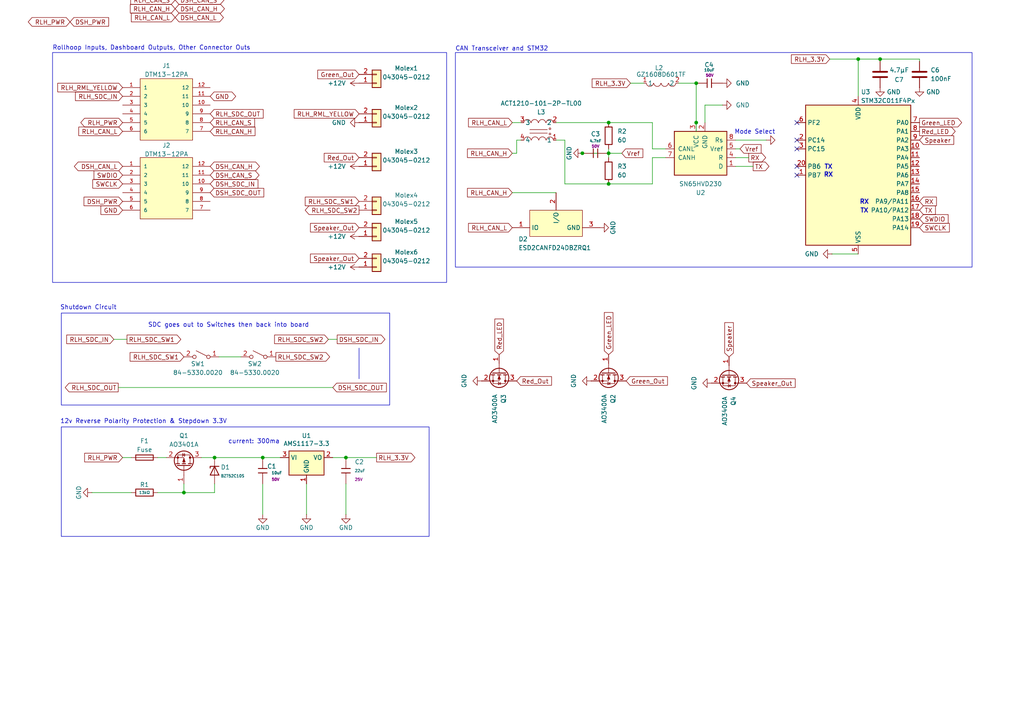
<source format=kicad_sch>
(kicad_sch (version 20250114) (generator "eeschema") (generator_version "9.0")
  (paper "A4")
  (title_block (rev "A") (company "USC FE"))
  (lib_symbols
    (symbol "Connector_Generic:Conn_01x02" (pin_names (offset 1.016) (hide yes))
      (property "Reference" "J" (at 0 2.54 0))
      (property "Value" "Conn_01x02" (at 0 -5.08 0))
      (symbol "Conn_01x02_1_1"
        (rectangle (start -1.27 1.27) (end 1.27 -3.81) (stroke (width 0.254)) (fill (type background)))
        (rectangle (start -1.27 0.127) (end 0 -0.127) (stroke (width 0.1524)))
        (rectangle (start -1.27 -2.413) (end 0 -2.667) (stroke (width 0.1524)))
        (pin passive line (at -5.08 0 0) (length 3.81) (name "Pin_1") (number "1"))
        (pin passive line (at -5.08 -2.54 0) (length 3.81) (name "Pin_2") (number "2"))
      )
    )
    (symbol "DTM13-12PA:DTM13-12PA" (pin_names (offset 1.016))
      (property "Reference" "J" (at -7.62 8.128 0))
      (property "Value" "DTM13-12PA" (at -7.62 -12.7 0))
      (symbol "DTM13-12PA_0_0"
        (rectangle (start -7.62 -10.16) (end 7.62 7.62) (stroke (width 0.1524)) (fill (type background)))
        (pin passive line (at -12.7 5.08 0) (length 5.08) (name "1") (number "1"))
        (pin passive line (at -12.7 2.54 0) (length 5.08) (name "2") (number "2"))
        (pin passive line (at -12.7 0 0) (length 5.08) (name "3") (number "3"))
        (pin passive line (at -12.7 -2.54 0) (length 5.08) (name "4") (number "4"))
        (pin passive line (at -12.7 -5.08 0) (length 5.08) (name "5") (number "5"))
        (pin passive line (at -12.7 -7.62 0) (length 5.08) (name "6") (number "6"))
        (pin passive line (at 12.7 5.08 180) (length 5.08) (name "12") (number "12"))
        (pin passive line (at 12.7 2.54 180) (length 5.08) (name "11") (number "11"))
        (pin passive line (at 12.7 0 180) (length 5.08) (name "10") (number "10"))
        (pin passive line (at 12.7 -2.54 180) (length 5.08) (name "9") (number "9"))
        (pin passive line (at 12.7 -5.08 180) (length 5.08) (name "8") (number "8"))
        (pin passive line (at 12.7 -7.62 180) (length 5.08) (name "7") (number "7"))
      )
    )
    (symbol "Device:C" (pin_numbers (hide yes)) (pin_names (offset 0.254))
      (property "Reference" "C" (at 0.635 2.54 0))
      (property "Value" "C" (at 0.635 -2.54 0))
      (symbol "C_0_1"
        (polyline (pts (xy -2.032 0.762) (xy 2.032 0.762)) (stroke (width 0.508)))
        (polyline (pts (xy -2.032 -0.762) (xy 2.032 -0.762)) (stroke (width 0.508)))
      )
      (symbol "C_1_1"
        (pin passive line (at 0 3.81 270) (length 2.794) (name "~") (number "1"))
        (pin passive line (at 0 -3.81 90) (length 2.794) (name "~") (number "2"))
      )
    )
    (symbol "Device:Fuse" (pin_numbers (hide yes)) (pin_names (offset 0))
      (property "Reference" "F" (at 2.032 0 90))
      (property "Value" "Fuse" (at -1.905 0 90))
      (symbol "Fuse_0_1"
        (rectangle (start -0.762 -2.54) (end 0.762 2.54) (stroke (width 0.254)))
        (polyline (pts (xy 0 2.54) (xy 0 -2.54)))
      )
      (symbol "Fuse_1_1"
        (pin passive line (at 0 3.81 270) (length 1.27) (name "~") (number "1"))
        (pin passive line (at 0 -3.81 90) (length 1.27) (name "~") (number "2"))
      )
    )
    (symbol "Device:R" (pin_numbers (hide yes)) (pin_names (offset 0))
      (property "Reference" "R" (at 2.032 0 90))
      (property "Value" "R" (at 0 0 90))
      (symbol "R_0_1"
        (rectangle (start -1.016 -2.54) (end 1.016 2.54) (stroke (width 0.254)))
      )
      (symbol "R_1_1"
        (pin passive line (at 0 3.81 270) (length 1.27) (name "~") (number "1"))
        (pin passive line (at 0 -3.81 90) (length 1.27) (name "~") (number "2"))
      )
    )
    (symbol "MCU_ST_STM32C0:STM32C011F4Px"
      (property "Reference" "U" (at -15.24 21.59 0))
      (property "Value" "STM32C011F4Px" (at 2.54 21.59 0))
      (symbol "STM32C011F4Px_0_1"
        (rectangle (start -15.24 -20.32) (end 15.24 20.32) (stroke (width 0.254)) (fill (type background)))
      )
      (symbol "STM32C011F4Px_1_1"
        (pin bidirectional line (at -17.78 15.24 0) (length 2.54) (name "PF2") (number "6"))
        (pin bidirectional line (at -17.78 10.16 0) (length 2.54) (name "PC14") (number "2"))
        (pin bidirectional line (at -17.78 7.62 0) (length 2.54) (name "PC15") (number "3"))
        (pin bidirectional line (at -17.78 2.54 0) (length 2.54) (name "PB6") (number "20"))
        (pin bidirectional line (at -17.78 0 0) (length 2.54) (name "PB7") (number "1"))
        (pin power_in line (at 0 22.86 270) (length 2.54) (name "VDD") (number "4"))
        (pin power_in line (at 0 -22.86 90) (length 2.54) (name "VSS") (number "5"))
        (pin bidirectional line (at 17.78 15.24 180) (length 2.54) (name "PA0") (number "7"))
        (pin bidirectional line (at 17.78 12.7 180) (length 2.54) (name "PA1") (number "8"))
        (pin bidirectional line (at 17.78 10.16 180) (length 2.54) (name "PA2") (number "9"))
        (pin bidirectional line (at 17.78 7.62 180) (length 2.54) (name "PA3") (number "10"))
        (pin bidirectional line (at 17.78 5.08 180) (length 2.54) (name "PA4") (number "11"))
        (pin bidirectional line (at 17.78 2.54 180) (length 2.54) (name "PA5") (number "12"))
        (pin bidirectional line (at 17.78 0 180) (length 2.54) (name "PA6") (number "13"))
        (pin bidirectional line (at 17.78 -2.54 180) (length 2.54) (name "PA7") (number "14"))
        (pin bidirectional line (at 17.78 -5.08 180) (length 2.54) (name "PA8") (number "15"))
        (pin bidirectional line (at 17.78 -7.62 180) (length 2.54) (name "PA9/PA11") (number "16"))
        (pin bidirectional line (at 17.78 -10.16 180) (length 2.54) (name "PA10/PA12") (number "17"))
        (pin bidirectional line (at 17.78 -12.7 180) (length 2.54) (name "PA13") (number "18"))
        (pin bidirectional line (at 17.78 -15.24 180) (length 2.54) (name "PA14") (number "19"))
      )
    )
    (symbol "PCM_JLCPCB-Capacitors:0603,4.7nF" (pin_numbers (hide yes)) (pin_names (offset 0))
      (property "Reference" "C" (at 2.032 1.668 0))
      (property "Value" "4.7nF" (at 2.032 -0.3782 0))
      (property "Voltage Rated" "50V" (at 2.032 -2.0462 0))
      (symbol "0603,4.7nF_0_1"
        (polyline (pts (xy -1.27 0.635) (xy 1.27 0.635)) (stroke (width 0.254)))
        (polyline (pts (xy -1.27 -0.635) (xy 1.27 -0.635)) (stroke (width 0.254)))
      )
      (symbol "0603,4.7nF_1_1"
        (pin passive line (at 0 3.81 270) (length 3.175) (name "~") (number "1"))
        (pin passive line (at 0 -3.81 90) (length 3.175) (name "~") (number "2"))
      )
    )
    (symbol "PCM_JLCPCB-Capacitors:0805,10uF,(2)" (pin_numbers (hide yes)) (pin_names (offset 0))
      (property "Reference" "C" (at 2.032 1.668 0))
      (property "Value" "10uF" (at 2.032 -0.3782 0))
      (property "Voltage Rated" "50V" (at 2.032 -2.0462 0))
      (symbol "0805,10uF,(2)_0_1"
        (polyline (pts (xy -1.27 0.635) (xy 1.27 0.635)) (stroke (width 0.254)))
        (polyline (pts (xy -1.27 -0.635) (xy 1.27 -0.635)) (stroke (width 0.254)))
      )
      (symbol "0805,10uF,(2)_1_1"
        (pin passive line (at 0 3.81 270) (length 3.175) (name "~") (number "1"))
        (pin passive line (at 0 -3.81 90) (length 3.175) (name "~") (number "2"))
      )
    )
    (symbol "PCM_JLCPCB-Capacitors:1206,22uF,(2)" (pin_numbers (hide yes)) (pin_names (offset 0))
      (property "Reference" "C" (at 2.032 1.668 0))
      (property "Value" "22uF" (at 2.032 -0.3782 0))
      (property "Voltage Rated" "25V" (at 2.032 -2.0462 0))
      (symbol "1206,22uF,(2)_0_1"
        (polyline (pts (xy -1.27 0.635) (xy 1.27 0.635)) (stroke (width 0.254)))
        (polyline (pts (xy -1.27 -0.635) (xy 1.27 -0.635)) (stroke (width 0.254)))
      )
      (symbol "1206,22uF,(2)_1_1"
        (pin passive line (at 0 3.81 270) (length 3.175) (name "~") (number "1"))
        (pin passive line (at 0 -3.81 90) (length 3.175) (name "~") (number "2"))
      )
    )
    (symbol "PCM_JLCPCB-Diodes:Zener,BZT52C10S" (pin_numbers (hide yes)) (pin_names (offset 0))
      (property "Reference" "D" (at 2.032 0.834 0))
      (property "Value" "BZT52C10S" (at 2.032 -1.2122 0))
      (symbol "Zener,BZT52C10S_0_1"
        (polyline (pts (xy -1.27 1.27) (xy 0 -1.27) (xy 1.27 1.27) (xy -1.27 1.27)) (stroke (width 0.254)))
        (polyline (pts (xy -1.27 -1.27) (xy 1.27 -1.27) (xy 1.27 -0.762)) (stroke (width 0.254)))
      )
      (symbol "Zener,BZT52C10S_1_1"
        (pin passive line (at 0 3.81 270) (length 3.81) (name "~") (number "2"))
        (pin passive line (at 0 -3.81 90) (length 3.81) (name "~") (number "1"))
      )
    )
    (symbol "PCM_JLCPCB-Resistors:0603,13kΩ" (pin_numbers (hide yes)) (pin_names (offset 0))
      (property "Reference" "R" (at 1.778 0 0))
      (property "Value" "13kΩ" (at 0 0 90))
      (symbol "0603,13kΩ_0_1"
        (rectangle (start -1.016 2.54) (end 1.016 -2.54) (stroke (width 0.254)))
      )
      (symbol "0603,13kΩ_1_1"
        (pin passive line (at 0 3.81 270) (length 1.27) (name "~") (number "1"))
        (pin passive line (at 0 -3.81 90) (length 1.27) (name "~") (number "2"))
      )
    )
    (symbol "Regulator_Linear:AMS1117-3.3"
      (property "Reference" "U" (at -3.81 3.175 0))
      (property "Value" "AMS1117-3.3" (at 0 3.175 0))
      (symbol "AMS1117-3.3_0_1"
        (rectangle (start -5.08 -5.08) (end 5.08 1.905) (stroke (width 0.254)) (fill (type background)))
      )
      (symbol "AMS1117-3.3_1_1"
        (pin power_in line (at -7.62 0 0) (length 2.54) (name "VI") (number "3"))
        (pin power_in line (at 0 -7.62 90) (length 2.54) (name "GND") (number "1"))
        (pin power_out line (at 7.62 0 180) (length 2.54) (name "VO") (number "2"))
      )
    )
    (symbol "SN65HVD230_1" (pin_names (offset 1.016))
      (property "Reference" "U" (at -2.54 10.16 0))
      (property "Value" "SN65HVD230" (at 1.27 -10.16 0))
      (symbol "SN65HVD230_1_0_1"
        (rectangle (start -7.62 5.08) (end 7.62 -7.62) (stroke (width 0.254)) (fill (type background)))
      )
      (symbol "SN65HVD230_1_1_1"
        (pin input line (at -10.16 2.54 0) (length 2.54) (name "D") (number "1"))
        (pin output line (at -10.16 0 0) (length 2.54) (name "R") (number "4"))
        (pin output line (at -10.16 -2.54 0) (length 2.54) (name "Vref") (number "5"))
        (pin input line (at -10.16 -5.08 0) (length 2.54) (name "Rs") (number "8"))
        (pin power_in line (at -1.27 -10.16 90) (length 2.54) (name "GND") (number "2"))
        (pin power_in line (at 1.27 -10.16 90) (length 2.54) (name "VCC") (number "3"))
        (pin bidirectional line (at 10.16 0 180) (length 2.54) (name "CANH") (number "7"))
        (pin bidirectional line (at 10.16 -2.54 180) (length 2.54) (name "CANL") (number "6"))
      )
    )
    (symbol "Switch:SW_SPST" (pin_names (offset 0) (hide yes))
      (property "Reference" "SW" (at 0 3.175 0))
      (property "Value" "SW_SPST" (at 0 -2.54 0))
      (symbol "SW_SPST_0_0"
        (circle (center -2.032 0) (radius 0.508))
        (polyline (pts (xy -1.524 0.254) (xy 1.524 1.778)))
        (circle (center 2.032 0) (radius 0.508))
      )
      (symbol "SW_SPST_1_1"
        (pin passive line (at -5.08 0 0) (length 2.54) (name "A") (number "1"))
        (pin passive line (at 5.08 0 180) (length 2.54) (name "B") (number "2"))
      )
    )
    (symbol "Transistor_FET:AO3400A" (pin_names (offset 0) (hide yes))
      (property "Reference" "Q" (at 5.08 1.905 0))
      (property "Value" "AO3400A" (at 5.08 0 0))
      (symbol "AO3400A_0_1"
        (polyline (pts (xy 0.254 1.905) (xy 0.254 -1.905)) (stroke (width 0.254)))
        (polyline (pts (xy 0.254 0) (xy -2.54 0)))
        (polyline (pts (xy 0.762 2.286) (xy 0.762 1.27)) (stroke (width 0.254)))
        (polyline (pts (xy 0.762 0.508) (xy 0.762 -0.508)) (stroke (width 0.254)))
        (polyline (pts (xy 0.762 -1.27) (xy 0.762 -2.286)) (stroke (width 0.254)))
        (polyline (pts (xy 0.762 -1.778) (xy 3.302 -1.778) (xy 3.302 1.778) (xy 0.762 1.778)))
        (polyline (pts (xy 1.016 0) (xy 2.032 0.381) (xy 2.032 -0.381) (xy 1.016 0)) (fill (type outline)))
        (circle (center 1.651 0) (radius 2.794) (stroke (width 0.254)))
        (polyline (pts (xy 2.54 2.54) (xy 2.54 1.778)))
        (circle (center 2.54 1.778) (radius 0.254) (fill (type outline)))
        (circle (center 2.54 -1.778) (radius 0.254) (fill (type outline)))
        (polyline (pts (xy 2.54 -2.54) (xy 2.54 0) (xy 0.762 0)))
        (polyline (pts (xy 2.921 0.381) (xy 3.683 0.381)))
        (polyline (pts (xy 3.302 0.381) (xy 2.921 -0.254) (xy 3.683 -0.254) (xy 3.302 0.381)))
      )
      (symbol "AO3400A_1_1"
        (pin input line (at -5.08 0 0) (length 2.54) (name "G") (number "1"))
        (pin passive line (at 2.54 5.08 270) (length 2.54) (name "D") (number "3"))
        (pin passive line (at 2.54 -5.08 90) (length 2.54) (name "S") (number "2"))
      )
    )
    (symbol "Transistor_FET:AO3401A" (pin_names (hide yes))
      (property "Reference" "Q" (at 5.08 1.905 0))
      (property "Value" "AO3401A" (at 5.08 0 0))
      (symbol "AO3401A_0_1"
        (polyline (pts (xy 0.254 1.905) (xy 0.254 -1.905)) (stroke (width 0.254)))
        (polyline (pts (xy 0.254 0) (xy -2.54 0)))
        (polyline (pts (xy 0.762 2.286) (xy 0.762 1.27)) (stroke (width 0.254)))
        (polyline (pts (xy 0.762 1.778) (xy 3.302 1.778) (xy 3.302 -1.778) (xy 0.762 -1.778)))
        (polyline (pts (xy 0.762 0.508) (xy 0.762 -0.508)) (stroke (width 0.254)))
        (polyline (pts (xy 0.762 -1.27) (xy 0.762 -2.286)) (stroke (width 0.254)))
        (circle (center 1.651 0) (radius 2.794) (stroke (width 0.254)))
        (polyline (pts (xy 2.286 0) (xy 1.27 0.381) (xy 1.27 -0.381) (xy 2.286 0)) (fill (type outline)))
        (polyline (pts (xy 2.54 2.54) (xy 2.54 1.778)))
        (circle (center 2.54 1.778) (radius 0.254) (fill (type outline)))
        (circle (center 2.54 -1.778) (radius 0.254) (fill (type outline)))
        (polyline (pts (xy 2.54 -2.54) (xy 2.54 0) (xy 0.762 0)))
        (polyline (pts (xy 2.794 -0.508) (xy 2.921 -0.381) (xy 3.683 -0.381) (xy 3.81 -0.254)))
        (polyline (pts (xy 3.302 -0.381) (xy 2.921 0.254) (xy 3.683 0.254) (xy 3.302 -0.381)))
      )
      (symbol "AO3401A_1_1"
        (pin input line (at -5.08 0 0) (length 2.54) (name "G") (number "1"))
        (pin passive line (at 2.54 5.08 270) (length 2.54) (name "D") (number "3"))
        (pin passive line (at 2.54 -5.08 90) (length 2.54) (name "S") (number "2"))
      )
    )
    (symbol "easyeda2kicad:ACT1210-101-2P-TL00"
      (property "Reference" "L" (at 0 7.62 0))
      (property "Value" "ACT1210-101-2P-TL00" (at 0 -7.62 0))
      (symbol "ACT1210-101-2P-TL00_0_1"
        (circle (center -3.3 0.76) (radius 0.25))
        (circle (center -3.3 -0.76) (radius 0.25))
        (arc (start -2.27 2.52) (mid -3.28 1.5973) (end -4.29 2.52))
        (arc (start -2.21 -2.52) (mid -2.76 -3.34) (end -4.23 -2.52))
        (polyline (pts (xy -2.54 0.51) (xy 2.54 0.51)))
        (polyline (pts (xy -2.54 -0.51) (xy 2.54 -0.51)))
        (arc (start -0.11 2.52) (mid -1.12 1.5929) (end -2.13 2.52))
        (arc (start -0.02 -2.52) (mid -0.57 -3.33) (end -2.04 -2.52))
        (arc (start 2.04 2.52) (mid 1.03 1.5929) (end 0.02 2.52))
        (arc (start 2.13 -2.52) (mid 1.58 -3.33) (end 0.11 -2.52))
        (arc (start 4.23 2.52) (mid 3.22 1.5929) (end 2.21 2.52))
        (arc (start 4.29 -2.52) (mid 3.74 -3.34) (end 2.27 -2.52))
        (pin unspecified line (at -5.08 2.54 0) (length 0.762) (name "1") (number "1"))
        (pin unspecified line (at -5.08 -2.54 0) (length 0.762) (name "2") (number "2"))
        (pin unspecified line (at 5.08 2.54 180) (length 0.762) (name "4") (number "4"))
        (pin unspecified line (at 5.08 -2.54 180) (length 0.762) (name "3") (number "3"))
      )
    )
    (symbol "easyeda2kicad:ESD2CANFD24DBZRQ1"
      (property "Reference" "D4" (at -1.27 10.795 0))
      (property "Value" "ESD2CANFD24DBZRQ1" (at -1.27 8.255 0))
      (symbol "ESD2CANFD24DBZRQ1_0_1"
        (rectangle (start -8.89 6.35) (end 6.35 -1.27) (fill (type background)))
        (pin power_in line (at -13.97 3.81 0) (length 5.08) (name "GND") (number "3"))
        (pin power_in line (at 11.43 3.81 180) (length 5.08) (name "IO") (number "1"))
      )
      (symbol "ESD2CANFD24DBZRQ1_1_1"
        (pin power_in line (at -1.27 -6.35 90) (length 5.08) (name "I/O") (number "2"))
      )
    )
    (symbol "easyeda2kicad:GZ1608D601TF"
      (property "Reference" "L" (at 0 5.08 0))
      (property "Value" "GZ1608D601TF" (at 0 -5.08 0))
      (symbol "GZ1608D601TF_0_1"
        (arc (start -2.27 -0.02) (mid -3.28 -0.937) (end -4.29 -0.02))
        (arc (start -0.11 -0.02) (mid -1.12 -0.937) (end -2.13 -0.02))
        (arc (start 2.04 -0.02) (mid 1.03 -0.937) (end 0.02 -0.02))
        (arc (start 4.23 -0.02) (mid 3.22 -0.9448) (end 2.21 -0.02))
        (pin unspecified line (at -5.08 0 0) (length 0.762) (name "1") (number "1"))
        (pin unspecified line (at 5.08 0 180) (length 0.762) (name "2") (number "2"))
      )
    )
    (symbol "power:+12V" (power) (pin_numbers (hide yes)) (pin_names (offset 0) (hide yes))
      (property "Value" "+12V" (at 0 3.556 0))
      (symbol "+12V_0_1"
        (polyline (pts (xy -0.762 1.27) (xy 0 2.54)))
        (polyline (pts (xy 0 2.54) (xy 0.762 1.27)))
        (polyline (pts (xy 0 0) (xy 0 2.54)))
      )
      (symbol "+12V_1_1"
        (pin power_in line (at 0 0 90) (length 0) (name "~") (number "1"))
      )
    )
    (symbol "power:GND" (power) (pin_numbers (hide yes)) (pin_names (offset 0) (hide yes))
      (property "Value" "GND" (at 0 -3.81 0))
      (symbol "GND_0_1"
        (polyline (pts (xy 0 0) (xy 0 -1.27) (xy 1.27 -1.27) (xy 0 -2.54) (xy -1.27 -1.27) (xy 0 -1.27)))
      )
      (symbol "GND_1_1"
        (pin power_in line (at 0 0 270) (length 0) (name "~") (number "1"))
      )
    )
  )
  (rectangle (start 17.78 90.805) (end 113.03 117.475))
  (rectangle (start 17.78 123.825) (end 124.46 155.575))
  (rectangle (start 132.08 15.24) (end 281.94 77.47))
  (rectangle (start 15.24 15.24) (end 129.54 81.915))
  (text "Rollhoop Inputs, Dashboard Outputs, Other Connector Outs" (at 43.942 13.97 0) (effects (font (size 1.27 1.27))))
  (text "current: 300ma" (at 73.66 128.143 0) (effects (font (size 1.27 1.27))))
  (text "Mode Select" (at 218.948 38.354 0) (effects (font (size 1.27 1.27))))
  (text "Shutdown Circuit" (at 25.654 89.281 0) (effects (font (size 1.27 1.27))))
  (text "TX" (at 240.284 48.514 0) (effects (font (size 1.27 1.27) (thickness 0.254) (bold yes))))
  (text "TX" (at 250.698 61.214 0) (effects (font (size 1.27 1.27) (thickness 0.254) (bold yes))))
  (text "RX\n" (at 240.284 50.8 0) (effects (font (size 1.27 1.27) (thickness 0.254) (bold yes))))
  (text "12v Reverse Polarity Protection & Stepdown 3.3V\n" (at 41.656 122.301 0) (effects (font (size 1.27 1.27))))
  (text "SDC goes out to Switches then back into board" (at 66.294 94.361 0) (effects (font (size 1.27 1.27))))
  (text "CAN Transceiver and STM32" (at 145.542 14.224 0) (effects (font (size 1.27 1.27))))
  (text "RX\n" (at 250.698 58.674 0) (effects (font (size 1.27 1.27) (thickness 0.254) (bold yes))))
  (junction (at 76.2 132.715))
  (junction (at 53.34 142.875))
  (junction (at 248.92 17.145))
  (junction (at 201.93 35.56))
  (junction (at 201.93 24.13))
  (junction (at 168.91 44.45))
  (junction (at 62.23 132.715))
  (junction (at 100.33 132.715))
  (junction (at 176.53 35.56))
  (junction (at 176.53 44.45))
  (junction (at 255.27 17.145))
  (junction (at 176.53 53.34))
  (no_connect (at 231.14 50.8))
  (no_connect (at 231.14 48.26))
  (no_connect (at 231.14 43.18))
  (no_connect (at 231.14 35.56))
  (no_connect (at 231.14 40.64))
  (wire (pts (xy 176.53 44.45) (xy 176.53 45.72)))
  (wire (pts (xy 62.23 132.715) (xy 76.2 132.715)))
  (wire (pts (xy 182.88 24.13) (xy 186.69 24.13)))
  (wire (pts (xy 255.27 17.145) (xy 266.7 17.145)))
  (wire (pts (xy 100.33 132.715) (xy 109.22 132.715)))
  (wire (pts (xy 218.44 48.26) (xy 213.36 48.26)))
  (wire (pts (xy 148.59 35.56) (xy 151.13 35.56)))
  (wire (pts (xy 100.33 149.225) (xy 100.33 140.335)))
  (wire (pts (xy 266.7 17.145) (xy 266.7 17.78)))
  (wire (pts (xy 176.53 43.18) (xy 176.53 44.45)))
  (wire (pts (xy 53.34 140.335) (xy 53.34 142.875)))
  (wire (pts (xy 189.23 35.56) (xy 189.23 43.18)))
  (wire (pts (xy 148.59 44.45) (xy 149.86 44.45)))
  (wire (pts (xy 63.5 103.505) (xy 69.85 103.505)))
  (wire (pts (xy 48.26 132.715) (xy 45.72 132.715)))
  (wire (pts (xy 36.83 98.425) (xy 33.02 98.425)))
  (wire (pts (xy 34.29 112.395) (xy 96.52 112.395)))
  (wire (pts (xy 201.93 24.13) (xy 196.85 24.13)))
  (wire (pts (xy 255.27 17.145) (xy 248.92 17.145)))
  (wire (pts (xy 62.23 142.875) (xy 53.34 142.875)))
  (polyline (pts (xy 104.14 100.965) (xy 104.14 109.855)))
  (wire (pts (xy 163.83 40.64) (xy 161.29 40.64)))
  (wire (pts (xy 176.53 53.34) (xy 189.23 53.34)))
  (wire (pts (xy 148.59 55.88) (xy 161.29 55.88)))
  (wire (pts (xy 45.72 142.875) (xy 53.34 142.875)))
  (wire (pts (xy 189.23 53.34) (xy 189.23 45.72)))
  (wire (pts (xy 209.55 30.48) (xy 204.47 30.48)))
  (wire (pts (xy 88.9 149.225) (xy 88.9 140.335)))
  (wire (pts (xy 189.23 43.18) (xy 193.04 43.18)))
  (wire (pts (xy 38.1 132.715) (xy 35.56 132.715)))
  (wire (pts (xy 189.23 45.72) (xy 193.04 45.72)))
  (wire (pts (xy 214.63 43.18) (xy 213.36 43.18)))
  (wire (pts (xy 26.67 142.875) (xy 38.1 142.875)))
  (wire (pts (xy 149.86 44.45) (xy 149.86 40.64)))
  (wire (pts (xy 204.47 30.48) (xy 204.47 35.56)))
  (wire (pts (xy 217.17 45.72) (xy 213.36 45.72)))
  (wire (pts (xy 163.83 53.34) (xy 176.53 53.34)))
  (wire (pts (xy 240.665 17.145) (xy 248.92 17.145)))
  (wire (pts (xy 241.3 73.66) (xy 248.92 73.66)))
  (wire (pts (xy 76.2 132.715) (xy 81.28 132.715)))
  (wire (pts (xy 201.93 24.13) (xy 201.93 35.56)))
  (wire (pts (xy 255.27 17.145) (xy 255.27 17.78)))
  (wire (pts (xy 149.86 40.64) (xy 151.13 40.64)))
  (wire (pts (xy 76.2 149.225) (xy 76.2 140.335)))
  (wire (pts (xy 176.53 35.56) (xy 189.23 35.56)))
  (wire (pts (xy 96.52 132.715) (xy 100.33 132.715)))
  (wire (pts (xy 161.29 35.56) (xy 176.53 35.56)))
  (wire (pts (xy 201.93 38.1) (xy 201.93 35.56)))
  (wire (pts (xy 58.42 132.715) (xy 62.23 132.715)))
  (wire (pts (xy 180.34 44.45) (xy 176.53 44.45)))
  (wire (pts (xy 163.83 40.64) (xy 163.83 53.34)))
  (wire (pts (xy 248.92 17.145) (xy 248.92 27.94)))
  (wire (pts (xy 97.79 98.425) (xy 95.25 98.425)))
  (wire (pts (xy 213.36 40.64) (xy 222.25 40.64)))
  (wire (pts (xy 62.23 140.335) (xy 62.23 142.875)))
  (wire (pts (xy 168.91 44.45) (xy 176.53 44.45)))
  (global_label "RLH_CAN_H" (shape input) (at 50.8 2.54 180) (property "Intersheetrefs" "${INTERSHEET_REFS}" (effects (hide yes))))
  (global_label "SWDIO" (shape input) (at 35.56 50.8 180) (property "Intersheetrefs" "${INTERSHEET_REFS}" (effects (hide yes))))
  (global_label "DSH_PWR" (shape input) (at 35.56 58.42 180) (property "Intersheetrefs" "${INTERSHEET_REFS}" (effects (hide yes))))
  (global_label "RX" (shape output) (at 217.17 45.72 0) (property "Intersheetrefs" "${INTERSHEET_REFS}" (effects (hide yes))))
  (global_label "DSH_CAN_H" (shape bidirectional) (at 60.96 48.26 0) (property "Intersheetrefs" "${INTERSHEET_REFS}" (effects (hide yes))))
  (global_label "RLH_PWR" (shape input) (at 35.56 132.715 180) (property "Intersheetrefs" "${INTERSHEET_REFS}" (effects (hide yes))))
  (global_label "TX" (shape input) (at 266.7 60.96 0) (property "Intersheetrefs" "${INTERSHEET_REFS}" (effects (hide yes))))
  (global_label "DSH_CAN_S" (shape bidirectional) (at 60.96 50.8 0) (property "Intersheetrefs" "${INTERSHEET_REFS}" (effects (hide yes))))
  (global_label "RLH_SDC_SW1" (shape input) (at 53.34 103.505 180) (property "Intersheetrefs" "${INTERSHEET_REFS}" (effects (hide yes))))
  (global_label "RLH_SDC_SW1" (shape input) (at 104.14 58.42 180) (property "Intersheetrefs" "${INTERSHEET_REFS}" (effects (hide yes))))
  (global_label "TX" (shape output) (at 218.44 48.26 0) (property "Intersheetrefs" "${INTERSHEET_REFS}" (effects (hide yes))))
  (global_label "Red_Out" (shape input) (at 104.14 45.72 180) (property "Intersheetrefs" "${INTERSHEET_REFS}" (effects (hide yes))))
  (global_label "RLH_SDC_SW2" (shape output) (at 80.01 103.505 0) (property "Intersheetrefs" "${INTERSHEET_REFS}" (effects (hide yes))))
  (global_label "Speaker_Out" (shape input) (at 216.535 111.125 0) (property "Intersheetrefs" "${INTERSHEET_REFS}" (effects (hide yes))))
  (global_label "RLH_CAN_S" (shape input) (at 60.96 35.56 0) (property "Intersheetrefs" "${INTERSHEET_REFS}" (effects (hide yes))))
  (global_label "RLH_RML_YELLOW" (shape input) (at 35.56 25.4 180) (property "Intersheetrefs" "${INTERSHEET_REFS}" (effects (hide yes))))
  (global_label "Green_Out" (shape input) (at 181.61 110.49 0) (property "Intersheetrefs" "${INTERSHEET_REFS}" (effects (hide yes))))
  (global_label "RLH_SDC_SW1" (shape output) (at 36.83 98.425 0) (property "Intersheetrefs" "${INTERSHEET_REFS}" (effects (hide yes))))
  (global_label "RLH_CAN_L" (shape input) (at 50.8 5.08 180) (property "Intersheetrefs" "${INTERSHEET_REFS}" (effects (hide yes))))
  (global_label "RLH_PWR" (shape bidirectional) (at 20.32 6.35 180) (property "Intersheetrefs" "${INTERSHEET_REFS}" (effects (hide yes))))
  (global_label "RLH_SDC_IN" (shape input) (at 35.56 27.94 180) (property "Intersheetrefs" "${INTERSHEET_REFS}" (effects (hide yes))))
  (global_label "Green_LED" (shape input) (at 176.53 102.87 90) (property "Intersheetrefs" "${INTERSHEET_REFS}" (effects (hide yes))))
  (global_label "Green_Out" (shape input) (at 104.14 21.59 180) (property "Intersheetrefs" "${INTERSHEET_REFS}" (effects (hide yes))))
  (global_label "DSH_CAN_S" (shape bidirectional) (at 50.8 0 0) (property "Intersheetrefs" "${INTERSHEET_REFS}" (effects (hide yes))))
  (global_label "RLH_CAN_S" (shape input) (at 50.8 0 180) (property "Intersheetrefs" "${INTERSHEET_REFS}" (effects (hide yes))))
  (global_label "Speaker" (shape input) (at 266.7 40.64 0) (property "Intersheetrefs" "${INTERSHEET_REFS}" (effects (hide yes))))
  (global_label "RLH_RML_YELLOW" (shape input) (at 104.14 33.02 180) (property "Intersheetrefs" "${INTERSHEET_REFS}" (effects (hide yes))))
  (global_label "RLH_SDC_OUT" (shape output) (at 34.29 112.395 180) (property "Intersheetrefs" "${INTERSHEET_REFS}" (effects (hide yes))))
  (global_label "SWDIO" (shape input) (at 266.7 63.5 0) (property "Intersheetrefs" "${INTERSHEET_REFS}" (effects (hide yes))))
  (global_label "RLH_3.3V" (shape output) (at 109.22 132.715 0) (property "Intersheetrefs" "${INTERSHEET_REFS}" (effects (hide yes))))
  (global_label "DSH_SDC_IN" (shape input) (at 60.96 53.34 0) (property "Intersheetrefs" "${INTERSHEET_REFS}" (effects (hide yes))))
  (global_label "DSH_CAN_L" (shape bidirectional) (at 50.8 5.08 0) (property "Intersheetrefs" "${INTERSHEET_REFS}" (effects (hide yes))))
  (global_label "RLH_CAN_H" (shape input) (at 148.59 55.88 180) (property "Intersheetrefs" "${INTERSHEET_REFS}" (effects (hide yes))))
  (global_label "Speaker" (shape input) (at 211.455 103.505 90) (property "Intersheetrefs" "${INTERSHEET_REFS}" (effects (hide yes))))
  (global_label "RLH_CAN_L" (shape input) (at 35.56 38.1 180) (property "Intersheetrefs" "${INTERSHEET_REFS}" (effects (hide yes))))
  (global_label "DSH_CAN_L" (shape bidirectional) (at 35.56 48.26 180) (property "Intersheetrefs" "${INTERSHEET_REFS}" (effects (hide yes))))
  (global_label "Speaker_Out" (shape input) (at 104.14 74.93 180) (property "Intersheetrefs" "${INTERSHEET_REFS}" (effects (hide yes))))
  (global_label "RLH_SDC_SW2" (shape output) (at 104.14 60.96 180) (property "Intersheetrefs" "${INTERSHEET_REFS}" (effects (hide yes))))
  (global_label "RLH_CAN_H" (shape input) (at 60.96 38.1 0) (property "Intersheetrefs" "${INTERSHEET_REFS}" (effects (hide yes))))
  (global_label "RLH_SDC_OUT" (shape input) (at 60.96 33.02 0) (property "Intersheetrefs" "${INTERSHEET_REFS}" (effects (hide yes))))
  (global_label "RLH_3.3V" (shape input) (at 182.88 24.13 180) (property "Intersheetrefs" "${INTERSHEET_REFS}" (effects (hide yes))))
  (global_label "RLH_CAN_L" (shape input) (at 148.59 66.04 180) (property "Intersheetrefs" "${INTERSHEET_REFS}" (effects (hide yes))))
  (global_label "RLH_3.3V" (shape input) (at 240.665 17.145 180) (property "Intersheetrefs" "${INTERSHEET_REFS}" (effects (hide yes))))
  (global_label "SWCLK" (shape input) (at 266.7 66.04 0) (property "Intersheetrefs" "${INTERSHEET_REFS}" (effects (hide yes))))
  (global_label "Green_LED" (shape output) (at 266.7 35.56 0) (property "Intersheetrefs" "${INTERSHEET_REFS}" (effects (hide yes))))
  (global_label "DSH_PWR" (shape input) (at 20.32 6.35 0) (property "Intersheetrefs" "${INTERSHEET_REFS}" (effects (hide yes))))
  (global_label "Red_LED" (shape input) (at 144.78 102.87 90) (property "Intersheetrefs" "${INTERSHEET_REFS}" (effects (hide yes))))
  (global_label "RLH_SDC_SW2" (shape input) (at 95.25 98.425 180) (property "Intersheetrefs" "${INTERSHEET_REFS}" (effects (hide yes))))
  (global_label "DSH_SDC_IN" (shape output) (at 97.79 98.425 0) (property "Intersheetrefs" "${INTERSHEET_REFS}" (effects (hide yes))))
  (global_label "GND" (shape input) (at 35.56 60.96 180) (property "Intersheetrefs" "${INTERSHEET_REFS}" (effects (hide yes))))
  (global_label "RX" (shape input) (at 266.7 58.42 0) (property "Intersheetrefs" "${INTERSHEET_REFS}" (effects (hide yes))))
  (global_label "Red_Out" (shape input) (at 149.86 110.49 0) (property "Intersheetrefs" "${INTERSHEET_REFS}" (effects (hide yes))))
  (global_label "Vref" (shape input) (at 214.63 43.18 0) (property "Intersheetrefs" "${INTERSHEET_REFS}" (effects (hide yes))))
  (global_label "SWCLK" (shape input) (at 35.56 53.34 180) (property "Intersheetrefs" "${INTERSHEET_REFS}" (effects (hide yes))))
  (global_label "Red_LED" (shape output) (at 266.7 38.1 0) (property "Intersheetrefs" "${INTERSHEET_REFS}" (effects (hide yes))))
  (global_label "RLH_CAN_H" (shape input) (at 148.59 44.45 180) (property "Intersheetrefs" "${INTERSHEET_REFS}" (effects (hide yes))))
  (global_label "RLH_CAN_L" (shape input) (at 148.59 35.56 180) (property "Intersheetrefs" "${INTERSHEET_REFS}" (effects (hide yes))))
  (global_label "DSH_CAN_H" (shape bidirectional) (at 50.8 2.54 0) (property "Intersheetrefs" "${INTERSHEET_REFS}" (effects (hide yes))))
  (global_label "DSH_SDC_OUT" (shape input) (at 96.52 112.395 0) (property "Intersheetrefs" "${INTERSHEET_REFS}" (effects (hide yes))))
  (global_label "GND" (shape bidirectional) (at 60.96 27.94 0) (property "Intersheetrefs" "${INTERSHEET_REFS}" (effects (hide yes))))
  (global_label "Vref" (shape input) (at 180.34 44.45 0) (property "Intersheetrefs" "${INTERSHEET_REFS}" (effects (hide yes))))
  (global_label "DSH_SDC_OUT" (shape input) (at 60.96 55.88 0) (property "Intersheetrefs" "${INTERSHEET_REFS}" (effects (hide yes))))
  (global_label "RLH_PWR" (shape bidirectional) (at 35.56 35.56 180) (property "Intersheetrefs" "${INTERSHEET_REFS}" (effects (hide yes))))
  (global_label "RLH_SDC_IN" (shape input) (at 33.02 98.425 180) (property "Intersheetrefs" "${INTERSHEET_REFS}" (effects (hide yes))))
  (global_label "Speaker_Out" (shape input) (at 104.14 66.04 180) (property "Intersheetrefs" "${INTERSHEET_REFS}" (effects (hide yes))))
  (symbol (lib_id "Switch:SW_SPST") (at 58.42 103.505 0) (mirror y) (unit 1) (in_bom no) (on_board no)
    (property "Reference" "SW1" (at 57.404 105.537 0))
    (property "Value" "84-5330.0020" (at 57.404 108.077 0))
  )
  (symbol (lib_id "Transistor_FET:AO3400A") (at 176.53 107.95 270) (unit 1)
    (property "Reference" "Q2" (at 177.8001 114.3 0) (effects (justify left)))
    (property "Value" "AO3400A" (at 175.2601 114.3 0) (effects (justify left)))
    (property "Footprint" "Package_TO_SOT_SMD:SOT-23" (effects (hide yes)))
    (property "Datasheet" "http://www.aosmd.com/pdfs/datasheet/AO3400A.pdf" (effects (hide yes)))
    (property "Description" "30V Vds, 5.7A Id, N-Channel MOSFET, SOT-23" (effects (hide yes)))
  )
  (symbol (lib_id "power:+12V") (at 104.14 24.13 90) (unit 1)
    (property "Reference" "#PWR012" (effects (hide yes)))
    (property "Value" "+12V" (at 100.33 24.1299 90) (effects (justify left)))
    (property "Description" "Power symbol creates a global label with name \"+12V\"" (effects (hide yes)))
  )
  (symbol (lib_id "Transistor_FET:AO3401A") (at 53.34 135.255 270) (mirror x) (unit 1)
    (property "Reference" "Q1" (at 53.34 126.365 90))
    (property "Value" "AO3401A" (at 53.34 128.905 90))
    (property "Footprint" "Package_TO_SOT_SMD:SOT-23" (effects (hide yes)))
    (property "Datasheet" "http://www.aosmd.com/pdfs/datasheet/AO3401A.pdf" (effects (hide yes)))
    (property "Description" "-4.0A Id, -30V Vds, P-Channel MOSFET, SOT-23" (effects (hide yes)))
  )
  (symbol (lib_id "power:GND") (at 88.9 149.225 0) (unit 1)
    (property "Reference" "#PWR3" (effects (hide yes)))
    (property "Value" "GND" (at 88.9 153.035 0))
    (property "Description" "Power symbol creates a global label with name \"GND\" , ground" (effects (hide yes)))
  )
  (symbol (lib_id "Device:C") (at 266.7 21.59 180) (unit 1)
    (property "Reference" "C6" (at 269.875 20.3199 0) (effects (justify right)))
    (property "Value" "100nF" (at 269.875 22.8599 0) (effects (justify right)))
    (property "Footprint" "Capacitor_SMD:C_0402_1005Metric" (effects (hide yes)))
    (property "Description" "Unpolarized capacitor" (effects (hide yes)))
  )
  (symbol (lib_name "SN65HVD230_1") (lib_id "Interface_CAN_LIN:SN65HVD230") (at 203.2 45.72 180) (unit 1)
    (property "Reference" "U2" (at 203.2 55.88 0))
    (property "Value" "SN65HVD230" (at 203.2 53.34 0))
    (property "Footprint" "Package_SO:SOIC-8_3.9x4.9mm_P1.27mm" (effects (hide yes)))
    (property "Datasheet" "http://www.ti.com/lit/ds/symlink/sn65hvd230.pdf" (effects (hide yes)))
    (property "Description" "CAN Bus Transceivers, 3.3V, 1Mbps, Low-Power capabilities, SOIC-8" (effects (hide yes)))
  )
  (symbol (lib_id "power:+12V") (at 104.14 48.26 90) (unit 1)
    (property "Reference" "#PWR014" (effects (hide yes)))
    (property "Value" "+12V" (at 100.33 48.2599 90) (effects (justify left)))
    (property "Description" "Power symbol creates a global label with name \"+12V\"" (effects (hide yes)))
  )
  (symbol (lib_id "easyeda2kicad:ACT1210-101-2P-TL00") (at 156.21 38.1 180) (unit 1)
    (property "Reference" "L3" (at 156.972 32.512 0))
    (property "Value" "ACT1210-101-2P-TL00" (at 156.972 29.972 0))
    (property "Footprint" "RLH_BOARD:IND_01-2P-TL00_TDK" (effects (hide yes)))
    (property "Datasheet" "https://lcsc.com/product-detail/Common-Mode-Chokes-Filters_TDK-ACT1210-101-2P-TL00_C529452.html" (effects (hide yes)))
    (property "LCSC Part" "C529452" (effects (hide yes)))
  )
  (symbol (lib_id "Device:R") (at 176.53 39.37 0) (unit 1)
    (property "Reference" "R2" (at 179.07 38.0999 0) (effects (justify left)))
    (property "Value" "60" (at 179.07 40.6399 0) (effects (justify left)))
    (property "Footprint" "Resistor_SMD:R_0603_1608Metric_Pad0.98x0.95mm_HandSolder" (effects (hide yes)))
    (property "Description" "Resistor" (effects (hide yes)))
  )
  (symbol (lib_id "MCU_ST_STM32C0:STM32C011F4Px") (at 248.92 50.8 0) (unit 1)
    (property "Reference" "U3" (at 249.682 26.67 0) (effects (justify left)))
    (property "Value" "STM32C011F4Px" (at 249.682 29.21 0) (effects (justify left)))
    (property "Footprint" "Package_SO:TSSOP-20_4.4x6.5mm_P0.65mm" (effects (hide yes)))
    (property "Datasheet" "https://www.st.com/resource/en/datasheet/stm32c011f4.pdf" (effects (hide yes)))
    (property "Description" "STMicroelectronics Arm Cortex-M0+ MCU, 16KB flash, 6KB RAM, 48 MHz, 2.0-3.6V, 18 GPIO, TSSOP20" (effects (hide yes)))
  )
  (symbol (lib_id "Connector_Generic:Conn_01x02") (at 109.22 48.26 0) (mirror x) (unit 1) (in_bom no)
    (property "Reference" "Molex3" (at 117.856 43.942 0))
    (property "Value" "043045-0212" (at 117.856 46.482 0))
    (property "Footprint" "Connector_Molex:Molex_Micro-Fit_3.0_43045-0212_2x01_P3.00mm_Vertical" (effects (hide yes)))
  )
  (symbol (lib_id "Connector_Generic:Conn_01x02") (at 109.22 60.96 0) (mirror x) (unit 1) (in_bom no)
    (property "Reference" "Molex4" (at 117.856 56.642 0))
    (property "Value" "043045-0212" (at 117.856 59.182 0))
    (property "Footprint" "Connector_Molex:Molex_Micro-Fit_3.0_43045-0212_2x01_P3.00mm_Vertical" (effects (hide yes)))
  )
  (symbol (lib_id "Device:R") (at 176.53 49.53 0) (unit 1)
    (property "Reference" "R3" (at 179.07 48.2599 0) (effects (justify left)))
    (property "Value" "60" (at 179.07 50.7999 0) (effects (justify left)))
    (property "Footprint" "Resistor_SMD:R_0603_1608Metric_Pad0.98x0.95mm_HandSolder" (effects (hide yes)))
    (property "Description" "Resistor" (effects (hide yes)))
  )
  (symbol (lib_id "Connector_Generic:Conn_01x02") (at 109.22 24.13 0) (mirror x) (unit 1) (in_bom no)
    (property "Reference" "Molex1" (at 117.856 19.812 0))
    (property "Value" "043045-0212" (at 117.856 22.352 0))
    (property "Footprint" "Connector_Molex:Molex_Micro-Fit_3.0_43045-0212_2x01_P3.00mm_Vertical" (effects (hide yes)))
  )
  (symbol (lib_id "power:GND") (at 255.27 25.4 0) (mirror y) (unit 1)
    (property "Reference" "#PWR11" (effects (hide yes)))
    (property "Value" "GND" (at 257.175 26.6699 0) (effects (justify right)))
    (property "Description" "Power symbol creates a global label with name \"GND\" , ground" (effects (hide yes)))
  )
  (symbol (lib_id "power:GND") (at 76.2 149.225 0) (unit 1)
    (property "Reference" "#PWR2" (effects (hide yes)))
    (property "Value" "GND" (at 76.2 153.035 0))
    (property "Description" "Power symbol creates a global label with name \"GND\" , ground" (effects (hide yes)))
  )
  (symbol (lib_id "Connector_Generic:Conn_01x02") (at 109.22 68.58 0) (mirror x) (unit 1) (in_bom no)
    (property "Reference" "Molex5" (at 117.856 64.262 0))
    (property "Value" "043045-0212" (at 117.856 66.802 0))
    (property "Footprint" "Connector_Molex:Molex_Micro-Fit_3.0_43045-0212_2x01_P3.00mm_Vertical" (effects (hide yes)))
  )
  (symbol (lib_id "power:GND") (at 209.55 30.48 90) (unit 1)
    (property "Reference" "#PWR8" (effects (hide yes)))
    (property "Value" "GND" (at 213.36 30.4799 90) (effects (justify right)))
    (property "Description" "Power symbol creates a global label with name \"GND\" , ground" (effects (hide yes)))
  )
  (symbol (lib_id "power:GND") (at 241.3 73.66 270) (unit 1)
    (property "Reference" "#PWR10" (effects (hide yes)))
    (property "Value" "GND" (at 237.49 73.6599 90) (effects (justify right)))
    (property "Description" "Power symbol creates a global label with name \"GND\" , ground" (effects (hide yes)))
  )
  (symbol (lib_id "power:+12V") (at 104.14 68.58 90) (unit 1)
    (property "Reference" "#PWR019" (effects (hide yes)))
    (property "Value" "+12V" (at 100.33 68.5799 90) (effects (justify left)))
    (property "Description" "Power symbol creates a global label with name \"+12V\"" (effects (hide yes)))
  )
  (symbol (lib_id "PCM_JLCPCB-Capacitors:0603,4.7nF") (at 172.72 44.45 270) (unit 1)
    (property "Reference" "C3" (at 172.72 38.862 90))
    (property "Value" "4.7nF" (at 172.72 40.894 90) (effects (font (size 0.8 0.8))))
    (property "Footprint" "Capacitor_SMD:C_0805_2012Metric_Pad1.18x1.45mm_HandSolder" (effects (hide yes)))
    (property "Datasheet" "https://www.lcsc.com/datasheet/lcsc_datasheet_2304140030_FH--Guangdong-Fenghua-Advanced-Tech-0603B472K500NT_C53987.pdf" (effects (hide yes)))
    (property "Description" "50V 4.7nF X7R ±10% 0603 Multilayer Ceramic Capacitors MLCC - SMD/SMT ROHS" (effects (hide yes)))
    (property "LCSC" "C53987" (effects (hide yes)))
    (property "Stock" "919355" (effects (hide yes)))
    (property "Price" "0.006USD" (effects (hide yes)))
    (property "Process" "SMT" (effects (hide yes)))
    (property "Minimum Qty" "20" (effects (hide yes)))
    (property "Attrition Qty" "10" (effects (hide yes)))
    (property "Class" "Basic Component" (effects (hide yes)))
    (property "Category" "Capacitors,Multilayer Ceramic Capacitors MLCC - SMD/SMT" (effects (hide yes)))
    (property "Manufacturer" "FH(Guangdong Fenghua Advanced Tech)" (effects (hide yes)))
    (property "Part" "0603B472K500NT" (effects (hide yes)))
    (property "Voltage Rated" "50V" (at 172.72 42.418 90) (effects (font (size 0.8 0.8))))
    (property "Tolerance" "±10%" (effects (hide yes)))
    (property "Capacitance" "4.7nF" (effects (hide yes)))
    (property "Temperature Coefficient" "X7R" (effects (hide yes)))
  )
  (symbol (lib_id "easyeda2kicad:ESD2CANFD24DBZRQ1") (at 160.02 62.23 180) (unit 1)
    (property "Reference" "D2" (at 150.368 69.342 0) (effects (justify right)))
    (property "Value" "ESD2CANFD24DBZRQ1" (at 150.368 71.882 0) (effects (justify right)))
    (property "Footprint" "Package_TO_SOT_SMD:SOT-23" (effects (hide yes)))
    (property "LCSC Part" "C20345392" (effects (hide yes)))
    (property "Rotation Offset" "180" (effects (hide yes)))
  )
  (symbol (lib_id "power:GND") (at 139.7 110.49 270) (unit 1)
    (property "Reference" "#PWR016" (effects (hide yes)))
    (property "Value" "GND" (at 134.62 110.49 0))
    (property "Description" "Power symbol creates a global label with name \"GND\" , ground" (effects (hide yes)))
  )
  (symbol (lib_id "PCM_JLCPCB-Capacitors:0805,10uF,(2)") (at 205.74 24.13 90) (unit 1)
    (property "Reference" "C4" (at 207.01 18.796 90) (effects (justify left)))
    (property "Value" "10uF" (at 207.264 20.32 90) (effects (font (size 0.8 0.8)) (justify left)))
    (property "Footprint" "Capacitor_SMD:C_0805_2012Metric_Pad1.18x1.45mm_HandSolder" (effects (hide yes)))
    (property "Datasheet" "https://www.lcsc.com/datasheet/lcsc_datasheet_2411041759_Murata-Electronics-GRM21BR61H106KE43L_C440198.pdf" (effects (hide yes)))
    (property "Description" "50V 10uF X5R ±10% 0805 Multilayer Ceramic Capacitors MLCC - SMD/SMT ROHS" (effects (hide yes)))
    (property "LCSC" "C440198" (effects (hide yes)))
    (property "Stock" "2240005" (effects (hide yes)))
    (property "Price" "0.069USD" (effects (hide yes)))
    (property "Process" "SMT" (effects (hide yes)))
    (property "Minimum Qty" "5" (effects (hide yes)))
    (property "Attrition Qty" "4" (effects (hide yes)))
    (property "Class" "Basic Component" (effects (hide yes)))
    (property "Category" "Capacitors,Multilayer Ceramic Capacitors MLCC - SMD/SMT" (effects (hide yes)))
    (property "Manufacturer" "Murata Electronics" (effects (hide yes)))
    (property "Part" "GRM21BR61H106KE43L" (effects (hide yes)))
    (property "Voltage Rated" "50V" (at 207.01 21.844 90) (effects (font (size 0.8 0.8)) (justify left)))
    (property "Tolerance" "±10%" (effects (hide yes)))
    (property "Capacitance" "10uF" (effects (hide yes)))
    (property "Temperature Coefficient" "X5R" (effects (hide yes)))
  )
  (symbol (lib_id "PCM_JLCPCB-Diodes:Zener,BZT52C10S") (at 62.23 136.525 180) (unit 1)
    (property "Reference" "D1" (at 64.008 135.509 0) (effects (justify right)))
    (property "Value" "BZT52C10S" (at 64.008 138.0491 0) (effects (font (size 0.8 0.8)) (justify right)))
    (property "Footprint" "PCM_JLCPCB:D_SOD-323" (effects (hide yes)))
    (property "Datasheet" "https://wmsc.lcsc.com/wmsc/upload/file/pdf/v2/lcsc/2403280435_hongjiacheng-BZT52C10S_C19077446.pdf" (effects (hide yes)))
    (property "Description" "Independent Type 200mW 9.4V~10.6V 10V SOD-323 Zener Diodes ROHS" (effects (hide yes)))
    (property "LCSC" "C19077446" (effects (hide yes)))
    (property "Stock" "178615" (effects (hide yes)))
    (property "Price" "0.019USD" (effects (hide yes)))
    (property "Process" "SMT" (effects (hide yes)))
    (property "Minimum Qty" "20" (effects (hide yes)))
    (property "Attrition Qty" "6" (effects (hide yes)))
    (property "Class" "Preferred Component" (effects (hide yes)))
    (property "Category" "Diodes,Zener Diodes" (effects (hide yes)))
    (property "Manufacturer" "hongjiacheng" (effects (hide yes)))
    (property "Part" "BZT52C10S" (effects (hide yes)))
  )
  (symbol (lib_id "power:+12V") (at 104.14 77.47 90) (unit 1)
    (property "Reference" "#PWR018" (effects (hide yes)))
    (property "Value" "+12V" (at 100.33 77.4699 90) (effects (justify left)))
    (property "Description" "Power symbol creates a global label with name \"+12V\"" (effects (hide yes)))
  )
  (symbol (lib_id "power:GND") (at 173.99 66.04 90) (mirror x) (unit 1)
    (property "Reference" "#PWR6" (effects (hide yes)))
    (property "Value" "GND" (at 177.8 66.04 0))
    (property "Description" "Power symbol creates a global label with name \"GND\" , ground" (effects (hide yes)))
  )
  (symbol (lib_id "Transistor_FET:AO3400A") (at 144.78 107.95 270) (unit 1)
    (property "Reference" "Q3" (at 146.0501 114.3 0) (effects (justify left)))
    (property "Value" "AO3400A" (at 143.5101 114.3 0) (effects (justify left)))
    (property "Footprint" "Package_TO_SOT_SMD:SOT-23" (effects (hide yes)))
    (property "Datasheet" "http://www.aosmd.com/pdfs/datasheet/AO3400A.pdf" (effects (hide yes)))
    (property "Description" "30V Vds, 5.7A Id, N-Channel MOSFET, SOT-23" (effects (hide yes)))
  )
  (symbol (lib_id "power:GND") (at 266.7 25.4 0) (mirror y) (unit 1)
    (property "Reference" "#PWR017" (effects (hide yes)))
    (property "Value" "GND" (at 268.605 26.6699 0) (effects (justify right)))
    (property "Description" "Power symbol creates a global label with name \"GND\" , ground" (effects (hide yes)))
  )
  (symbol (lib_id "power:GND") (at 171.45 110.49 270) (unit 1)
    (property "Reference" "#PWR015" (effects (hide yes)))
    (property "Value" "GND" (at 166.37 110.49 0))
    (property "Description" "Power symbol creates a global label with name \"GND\" , ground" (effects (hide yes)))
  )
  (symbol (lib_id "power:GND") (at 26.67 142.875 270) (unit 1)
    (property "Reference" "#PWR1" (effects (hide yes)))
    (property "Value" "GND" (at 22.86 142.875 0))
    (property "Description" "Power symbol creates a global label with name \"GND\" , ground" (effects (hide yes)))
  )
  (symbol (lib_id "Regulator_Linear:AMS1117-3.3") (at 88.9 132.715 0) (unit 1)
    (property "Reference" "U1" (at 88.9 126.365 0))
    (property "Value" "AMS1117-3.3" (at 88.9 128.651 0))
    (property "Footprint" "Package_TO_SOT_SMD:SOT-223-3_TabPin2" (effects (hide yes)))
    (property "Datasheet" "http://www.advanced-monolithic.com/pdf/ds1117.pdf" (effects (hide yes)))
    (property "Description" "1A Low Dropout regulator, positive, 3.3V fixed output, SOT-223" (effects (hide yes)))
  )
  (symbol (lib_id "PCM_JLCPCB-Capacitors:0805,10uF,(2)") (at 76.2 136.525 0) (unit 1)
    (property "Reference" "C1" (at 77.47 135.255 0) (effects (justify left)))
    (property "Value" "10uF" (at 78.74 137.16 0) (effects (font (size 0.8 0.8)) (justify left)))
    (property "Footprint" "PCM_JLCPCB:C_0805" (effects (hide yes)))
    (property "Datasheet" "https://www.lcsc.com/datasheet/lcsc_datasheet_2411041759_Murata-Electronics-GRM21BR61H106KE43L_C440198.pdf" (effects (hide yes)))
    (property "Description" "50V 10uF X5R ±10% 0805 Multilayer Ceramic Capacitors MLCC - SMD/SMT ROHS" (effects (hide yes)))
    (property "LCSC" "C440198" (effects (hide yes)))
    (property "Stock" "2240005" (effects (hide yes)))
    (property "Price" "0.069USD" (effects (hide yes)))
    (property "Process" "SMT" (effects (hide yes)))
    (property "Minimum Qty" "5" (effects (hide yes)))
    (property "Attrition Qty" "4" (effects (hide yes)))
    (property "Class" "Basic Component" (effects (hide yes)))
    (property "Category" "Capacitors,Multilayer Ceramic Capacitors MLCC - SMD/SMT" (effects (hide yes)))
    (property "Manufacturer" "Murata Electronics" (effects (hide yes)))
    (property "Part" "GRM21BR61H106KE43L" (effects (hide yes)))
    (property "Voltage Rated" "50V" (at 78.74 139.065 0) (effects (font (size 0.8 0.8)) (justify left)))
    (property "Tolerance" "±10%" (effects (hide yes)))
    (property "Capacitance" "10uF" (effects (hide yes)))
    (property "Temperature Coefficient" "X5R" (effects (hide yes)))
  )
  (symbol (lib_id "power:GND") (at 222.25 40.64 90) (unit 1)
    (property "Reference" "#PWR09" (effects (hide yes)))
    (property "Value" "GND" (effects (hide yes)))
  )
  (symbol (lib_id "power:GND") (at 100.33 149.225 0) (unit 1)
    (property "Reference" "#PWR4" (effects (hide yes)))
    (property "Value" "GND" (at 100.33 153.035 0))
    (property "Description" "Power symbol creates a global label with name \"GND\" , ground" (effects (hide yes)))
  )
  (symbol (lib_id "power:GND") (at 104.14 35.56 270) (unit 1)
    (property "Reference" "#PWR013" (effects (hide yes)))
    (property "Value" "GND" (at 100.33 35.5599 90) (effects (justify right)))
    (property "Description" "Power symbol creates a global label with name \"GND\" , ground" (effects (hide yes)))
  )
  (symbol (lib_id "Transistor_FET:AO3400A") (at 211.455 108.585 270) (unit 1)
    (property "Reference" "Q4" (at 212.7251 114.935 0) (effects (justify left)))
    (property "Value" "AO3400A" (at 210.1851 114.935 0) (effects (justify left)))
    (property "Footprint" "Package_TO_SOT_SMD:SOT-23" (effects (hide yes)))
    (property "Datasheet" "http://www.aosmd.com/pdfs/datasheet/AO3400A.pdf" (effects (hide yes)))
    (property "Description" "30V Vds, 5.7A Id, N-Channel MOSFET, SOT-23" (effects (hide yes)))
  )
  (symbol (lib_id "Device:Fuse") (at 41.91 132.715 90) (unit 1)
    (property "Reference" "F1" (at 41.91 127.889 90))
    (property "Value" "Fuse" (at 41.91 130.429 90))
    (property "Description" "Fuse" (effects (hide yes)))
  )
  (symbol (lib_id "DTM13-12PA:DTM13-12PA") (at 48.26 53.34 0) (unit 1)
    (property "Reference" "J2" (at 48.26 42.164 0))
    (property "Value" "DTM13-12PA" (at 48.26 44.704 0))
    (property "Footprint" "DTM13-12PA:TE_DTM13-12PA" (effects (hide yes)))
    (property "PARTREV" "D" (effects (hide yes)))
    (property "STANDARD" "IPC-7251" (effects (hide yes)))
    (property "MANUFACTURER" "TE Connectivity" (effects (hide yes)))
  )
  (symbol (lib_id "Switch:SW_SPST") (at 74.93 103.505 0) (mirror y) (unit 1) (in_bom no) (on_board no)
    (property "Reference" "SW2" (at 73.914 105.537 0))
    (property "Value" "84-5330.0020" (at 73.914 108.077 0))
  )
  (symbol (lib_id "power:GND") (at 206.375 111.125 270) (unit 1)
    (property "Reference" "#PWR020" (effects (hide yes)))
    (property "Value" "GND" (at 201.295 111.125 0))
    (property "Description" "Power symbol creates a global label with name \"GND\" , ground" (effects (hide yes)))
  )
  (symbol (lib_id "DTM13-12PA:DTM13-12PA") (at 48.26 30.48 0) (unit 1)
    (property "Reference" "J1" (at 48.26 19.05 0))
    (property "Value" "DTM13-12PA" (at 48.26 21.59 0))
    (property "Footprint" "DTM13-12PA:TE_DTM13-12PA" (effects (hide yes)))
    (property "PARTREV" "D" (effects (hide yes)))
    (property "STANDARD" "IPC-7251" (effects (hide yes)))
    (property "MANUFACTURER" "TE Connectivity" (effects (hide yes)))
  )
  (symbol (lib_id "Device:C") (at 255.27 21.59 180) (unit 1)
    (property "Reference" "C7" (at 262.128 23.114 0) (effects (justify left)))
    (property "Value" "4.7μF" (at 263.652 20.32 0) (effects (justify left)))
    (property "Footprint" "Capacitor_SMD:C_0402_1005Metric" (effects (hide yes)))
    (property "Description" "Unpolarized capacitor" (effects (hide yes)))
  )
  (symbol (lib_id "PCM_JLCPCB-Capacitors:1206,22uF,(2)") (at 100.33 136.525 0) (unit 1)
    (property "Reference" "C2" (at 102.87 133.9849 0) (effects (justify left)))
    (property "Value" "22uF" (at 102.87 136.525 0) (effects (font (size 0.8 0.8)) (justify left)))
    (property "Footprint" "PCM_JLCPCB:C_1206" (effects (hide yes)))
    (property "Datasheet" "https://www.lcsc.com/datasheet/lcsc_datasheet_2304140030_Samsung-Electro-Mechanics-CL31A226KAHNNNE_C12891.pdf" (effects (hide yes)))
    (property "Description" "25V 22uF X5R ±10% 1206 Multilayer Ceramic Capacitors MLCC - SMD/SMT ROHS" (effects (hide yes)))
    (property "LCSC" "C12891" (effects (hide yes)))
    (property "Stock" "1898693" (effects (hide yes)))
    (property "Price" "0.046USD" (effects (hide yes)))
    (property "Process" "SMT" (effects (hide yes)))
    (property "Minimum Qty" "5" (effects (hide yes)))
    (property "Attrition Qty" "4" (effects (hide yes)))
    (property "Class" "Basic Component" (effects (hide yes)))
    (property "Category" "Capacitors,Multilayer Ceramic Capacitors MLCC - SMD/SMT" (effects (hide yes)))
    (property "Manufacturer" "Samsung Electro-Mechanics" (effects (hide yes)))
    (property "Part" "CL31A226KAHNNNE" (effects (hide yes)))
    (property "Voltage Rated" "25V" (at 102.87 139.065 0) (effects (font (size 0.8 0.8)) (justify left)))
    (property "Tolerance" "±10%" (effects (hide yes)))
    (property "Capacitance" "22uF" (effects (hide yes)))
    (property "Temperature Coefficient" "X5R" (effects (hide yes)))
  )
  (symbol (lib_id "Connector_Generic:Conn_01x02") (at 109.22 35.56 0) (mirror x) (unit 1) (in_bom no)
    (property "Reference" "Molex2" (at 117.856 31.242 0))
    (property "Value" "043045-0212" (at 117.856 33.782 0))
    (property "Footprint" "Connector_Molex:Molex_Micro-Fit_3.0_43045-0212_2x01_P3.00mm_Vertical" (effects (hide yes)))
  )
  (symbol (lib_id "PCM_JLCPCB-Resistors:0603,13kΩ") (at 41.91 142.875 90) (unit 1)
    (property "Reference" "R1" (at 41.91 140.589 90))
    (property "Value" "13kΩ" (at 41.91 142.875 90) (effects (font (size 0.8 0.8))))
    (property "Footprint" "PCM_JLCPCB:R_0603" (effects (hide yes)))
    (property "Datasheet" "https://www.lcsc.com/datasheet/lcsc_datasheet_2206010130_UNI-ROYAL-Uniroyal-Elec-0603WAF1302T5E_C22797.pdf" (effects (hide yes)))
    (property "Description" "100mW Thick Film Resistors 75V ±100ppm/°C ±1% 13kΩ 0603 Chip Resistor - Surface Mount ROHS" (effects (hide yes)))
    (property "LCSC" "C22797" (effects (hide yes)))
    (property "Stock" "347016" (effects (hide yes)))
    (property "Price" "0.004USD" (effects (hide yes)))
    (property "Process" "SMT" (effects (hide yes)))
    (property "Minimum Qty" "20" (effects (hide yes)))
    (property "Attrition Qty" "10" (effects (hide yes)))
    (property "Class" "Basic Component" (effects (hide yes)))
    (property "Category" "Resistors,Chip Resistor - Surface Mount" (effects (hide yes)))
    (property "Manufacturer" "UNI-ROYAL(Uniroyal Elec)" (effects (hide yes)))
    (property "Part" "0603WAF1302T5E" (effects (hide yes)))
    (property "Resistance" "13kΩ" (effects (hide yes)))
    (property "Power(Watts)" "100mW" (effects (hide yes)))
    (property "Type" "Thick Film Resistors" (effects (hide yes)))
    (property "Overload Voltage (Max)" "75V" (effects (hide yes)))
    (property "Operating Temperature Range" "-55°C~+155°C" (effects (hide yes)))
    (property "Tolerance" "±1%" (effects (hide yes)))
    (property "Temperature Coefficient" "±100ppm/°C" (effects (hide yes)))
  )
  (symbol (lib_id "easyeda2kicad:GZ1608D601TF") (at 191.77 24.13 0) (unit 1)
    (property "Reference" "L2" (at 191.135 19.685 0))
    (property "Value" "GZ1608D601TF" (at 191.77 21.59 0))
    (property "Footprint" "Inductor_SMD:L_0603_1608Metric_Pad1.05x0.95mm_HandSolder" (effects (hide yes)))
    (property "Datasheet" "https://lcsc.com/product-detail/Ferrite-Beads-And-Chips_600R-25-100MHz_C1002.html" (effects (hide yes)))
    (property "LCSC Part" "C1002" (effects (hide yes)))
  )
  (symbol (lib_id "power:GND") (at 168.91 44.45 270) (unit 1)
    (property "Reference" "#PWR5" (effects (hide yes)))
    (property "Value" "GND" (at 165.1 44.45 0))
    (property "Description" "Power symbol creates a global label with name \"GND\" , ground" (effects (hide yes)))
  )
  (symbol (lib_id "power:GND") (at 209.55 24.13 90) (unit 1)
    (property "Reference" "#PWR7" (effects (hide yes)))
    (property "Value" "GND" (at 213.36 24.1299 90) (effects (justify right)))
    (property "Description" "Power symbol creates a global label with name \"GND\" , ground" (effects (hide yes)))
  )
  (symbol (lib_id "Connector_Generic:Conn_01x02") (at 109.22 77.47 0) (mirror x) (unit 1) (in_bom no)
    (property "Reference" "Molex6" (at 117.856 73.152 0))
    (property "Value" "043045-0212" (at 117.856 75.692 0))
    (property "Footprint" "Connector_Molex:Molex_Micro-Fit_3.0_43045-0212_2x01_P3.00mm_Vertical" (effects (hide yes)))
  )
)
</source>
